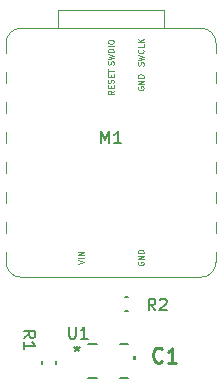
<source format=gto>
G04 #@! TF.GenerationSoftware,KiCad,Pcbnew,9.0.1*
G04 #@! TF.CreationDate,2025-04-26T15:09:06-04:00*
G04 #@! TF.ProjectId,hello.LSM6DSV.RP2040,68656c6c-6f2e-44c5-934d-364453562e52,rev?*
G04 #@! TF.SameCoordinates,Original*
G04 #@! TF.FileFunction,Legend,Top*
G04 #@! TF.FilePolarity,Positive*
%FSLAX46Y46*%
G04 Gerber Fmt 4.6, Leading zero omitted, Abs format (unit mm)*
G04 Created by KiCad (PCBNEW 9.0.1) date 2025-04-26 15:09:06*
%MOMM*%
%LPD*%
G01*
G04 APERTURE LIST*
%ADD10C,0.150000*%
%ADD11C,0.100000*%
%ADD12C,0.254000*%
%ADD13C,0.120000*%
%ADD14C,0.152400*%
%ADD15C,0.000000*%
%ADD16C,1.600000*%
%ADD17R,3.000000X1.600000*%
%ADD18R,1.200000X2.400000*%
%ADD19C,1.200000*%
%ADD20R,0.889000X0.609600*%
%ADD21R,0.609600X0.889000*%
%ADD22R,0.838200X0.254000*%
%ADD23R,0.254000X0.838200*%
%ADD24R,0.730000X0.940000*%
G04 APERTURE END LIST*
D10*
X139790476Y-71584819D02*
X139790476Y-70584819D01*
X139790476Y-70584819D02*
X140123809Y-71299104D01*
X140123809Y-71299104D02*
X140457142Y-70584819D01*
X140457142Y-70584819D02*
X140457142Y-71584819D01*
X141457142Y-71584819D02*
X140885714Y-71584819D01*
X141171428Y-71584819D02*
X141171428Y-70584819D01*
X141171428Y-70584819D02*
X141076190Y-70727676D01*
X141076190Y-70727676D02*
X140980952Y-70822914D01*
X140980952Y-70822914D02*
X140885714Y-70870533D01*
D11*
X140826109Y-67166190D02*
X140588014Y-67332856D01*
X140826109Y-67451904D02*
X140326109Y-67451904D01*
X140326109Y-67451904D02*
X140326109Y-67261428D01*
X140326109Y-67261428D02*
X140349919Y-67213809D01*
X140349919Y-67213809D02*
X140373728Y-67189999D01*
X140373728Y-67189999D02*
X140421347Y-67166190D01*
X140421347Y-67166190D02*
X140492776Y-67166190D01*
X140492776Y-67166190D02*
X140540395Y-67189999D01*
X140540395Y-67189999D02*
X140564204Y-67213809D01*
X140564204Y-67213809D02*
X140588014Y-67261428D01*
X140588014Y-67261428D02*
X140588014Y-67451904D01*
X140564204Y-66951904D02*
X140564204Y-66785237D01*
X140826109Y-66713809D02*
X140826109Y-66951904D01*
X140826109Y-66951904D02*
X140326109Y-66951904D01*
X140326109Y-66951904D02*
X140326109Y-66713809D01*
X140802300Y-66523332D02*
X140826109Y-66451904D01*
X140826109Y-66451904D02*
X140826109Y-66332856D01*
X140826109Y-66332856D02*
X140802300Y-66285237D01*
X140802300Y-66285237D02*
X140778490Y-66261428D01*
X140778490Y-66261428D02*
X140730871Y-66237618D01*
X140730871Y-66237618D02*
X140683252Y-66237618D01*
X140683252Y-66237618D02*
X140635633Y-66261428D01*
X140635633Y-66261428D02*
X140611823Y-66285237D01*
X140611823Y-66285237D02*
X140588014Y-66332856D01*
X140588014Y-66332856D02*
X140564204Y-66428094D01*
X140564204Y-66428094D02*
X140540395Y-66475713D01*
X140540395Y-66475713D02*
X140516585Y-66499523D01*
X140516585Y-66499523D02*
X140468966Y-66523332D01*
X140468966Y-66523332D02*
X140421347Y-66523332D01*
X140421347Y-66523332D02*
X140373728Y-66499523D01*
X140373728Y-66499523D02*
X140349919Y-66475713D01*
X140349919Y-66475713D02*
X140326109Y-66428094D01*
X140326109Y-66428094D02*
X140326109Y-66309047D01*
X140326109Y-66309047D02*
X140349919Y-66237618D01*
X140564204Y-66023333D02*
X140564204Y-65856666D01*
X140826109Y-65785238D02*
X140826109Y-66023333D01*
X140826109Y-66023333D02*
X140326109Y-66023333D01*
X140326109Y-66023333D02*
X140326109Y-65785238D01*
X140326109Y-65642380D02*
X140326109Y-65356666D01*
X140826109Y-65499523D02*
X140326109Y-65499523D01*
X142894919Y-81670952D02*
X142871109Y-81718571D01*
X142871109Y-81718571D02*
X142871109Y-81790000D01*
X142871109Y-81790000D02*
X142894919Y-81861428D01*
X142894919Y-81861428D02*
X142942538Y-81909047D01*
X142942538Y-81909047D02*
X142990157Y-81932857D01*
X142990157Y-81932857D02*
X143085395Y-81956666D01*
X143085395Y-81956666D02*
X143156823Y-81956666D01*
X143156823Y-81956666D02*
X143252061Y-81932857D01*
X143252061Y-81932857D02*
X143299680Y-81909047D01*
X143299680Y-81909047D02*
X143347300Y-81861428D01*
X143347300Y-81861428D02*
X143371109Y-81790000D01*
X143371109Y-81790000D02*
X143371109Y-81742381D01*
X143371109Y-81742381D02*
X143347300Y-81670952D01*
X143347300Y-81670952D02*
X143323490Y-81647143D01*
X143323490Y-81647143D02*
X143156823Y-81647143D01*
X143156823Y-81647143D02*
X143156823Y-81742381D01*
X143371109Y-81432857D02*
X142871109Y-81432857D01*
X142871109Y-81432857D02*
X143371109Y-81147143D01*
X143371109Y-81147143D02*
X142871109Y-81147143D01*
X143371109Y-80909047D02*
X142871109Y-80909047D01*
X142871109Y-80909047D02*
X142871109Y-80789999D01*
X142871109Y-80789999D02*
X142894919Y-80718571D01*
X142894919Y-80718571D02*
X142942538Y-80670952D01*
X142942538Y-80670952D02*
X142990157Y-80647142D01*
X142990157Y-80647142D02*
X143085395Y-80623333D01*
X143085395Y-80623333D02*
X143156823Y-80623333D01*
X143156823Y-80623333D02*
X143252061Y-80647142D01*
X143252061Y-80647142D02*
X143299680Y-80670952D01*
X143299680Y-80670952D02*
X143347300Y-80718571D01*
X143347300Y-80718571D02*
X143371109Y-80789999D01*
X143371109Y-80789999D02*
X143371109Y-80909047D01*
X137791109Y-81837618D02*
X138291109Y-81670952D01*
X138291109Y-81670952D02*
X137791109Y-81504285D01*
X138291109Y-81337619D02*
X137791109Y-81337619D01*
X138291109Y-81099524D02*
X137791109Y-81099524D01*
X137791109Y-81099524D02*
X138291109Y-80813810D01*
X138291109Y-80813810D02*
X137791109Y-80813810D01*
X140802300Y-64959523D02*
X140826109Y-64888095D01*
X140826109Y-64888095D02*
X140826109Y-64769047D01*
X140826109Y-64769047D02*
X140802300Y-64721428D01*
X140802300Y-64721428D02*
X140778490Y-64697619D01*
X140778490Y-64697619D02*
X140730871Y-64673809D01*
X140730871Y-64673809D02*
X140683252Y-64673809D01*
X140683252Y-64673809D02*
X140635633Y-64697619D01*
X140635633Y-64697619D02*
X140611823Y-64721428D01*
X140611823Y-64721428D02*
X140588014Y-64769047D01*
X140588014Y-64769047D02*
X140564204Y-64864285D01*
X140564204Y-64864285D02*
X140540395Y-64911904D01*
X140540395Y-64911904D02*
X140516585Y-64935714D01*
X140516585Y-64935714D02*
X140468966Y-64959523D01*
X140468966Y-64959523D02*
X140421347Y-64959523D01*
X140421347Y-64959523D02*
X140373728Y-64935714D01*
X140373728Y-64935714D02*
X140349919Y-64911904D01*
X140349919Y-64911904D02*
X140326109Y-64864285D01*
X140326109Y-64864285D02*
X140326109Y-64745238D01*
X140326109Y-64745238D02*
X140349919Y-64673809D01*
X140326109Y-64507143D02*
X140826109Y-64388095D01*
X140826109Y-64388095D02*
X140468966Y-64292857D01*
X140468966Y-64292857D02*
X140826109Y-64197619D01*
X140826109Y-64197619D02*
X140326109Y-64078572D01*
X140826109Y-63888095D02*
X140326109Y-63888095D01*
X140326109Y-63888095D02*
X140326109Y-63769047D01*
X140326109Y-63769047D02*
X140349919Y-63697619D01*
X140349919Y-63697619D02*
X140397538Y-63650000D01*
X140397538Y-63650000D02*
X140445157Y-63626190D01*
X140445157Y-63626190D02*
X140540395Y-63602381D01*
X140540395Y-63602381D02*
X140611823Y-63602381D01*
X140611823Y-63602381D02*
X140707061Y-63626190D01*
X140707061Y-63626190D02*
X140754680Y-63650000D01*
X140754680Y-63650000D02*
X140802300Y-63697619D01*
X140802300Y-63697619D02*
X140826109Y-63769047D01*
X140826109Y-63769047D02*
X140826109Y-63888095D01*
X140826109Y-63388095D02*
X140326109Y-63388095D01*
X140326109Y-63054762D02*
X140326109Y-62959524D01*
X140326109Y-62959524D02*
X140349919Y-62911905D01*
X140349919Y-62911905D02*
X140397538Y-62864286D01*
X140397538Y-62864286D02*
X140492776Y-62840476D01*
X140492776Y-62840476D02*
X140659442Y-62840476D01*
X140659442Y-62840476D02*
X140754680Y-62864286D01*
X140754680Y-62864286D02*
X140802300Y-62911905D01*
X140802300Y-62911905D02*
X140826109Y-62959524D01*
X140826109Y-62959524D02*
X140826109Y-63054762D01*
X140826109Y-63054762D02*
X140802300Y-63102381D01*
X140802300Y-63102381D02*
X140754680Y-63150000D01*
X140754680Y-63150000D02*
X140659442Y-63173809D01*
X140659442Y-63173809D02*
X140492776Y-63173809D01*
X140492776Y-63173809D02*
X140397538Y-63150000D01*
X140397538Y-63150000D02*
X140349919Y-63102381D01*
X140349919Y-63102381D02*
X140326109Y-63054762D01*
X142889919Y-66820952D02*
X142866109Y-66868571D01*
X142866109Y-66868571D02*
X142866109Y-66940000D01*
X142866109Y-66940000D02*
X142889919Y-67011428D01*
X142889919Y-67011428D02*
X142937538Y-67059047D01*
X142937538Y-67059047D02*
X142985157Y-67082857D01*
X142985157Y-67082857D02*
X143080395Y-67106666D01*
X143080395Y-67106666D02*
X143151823Y-67106666D01*
X143151823Y-67106666D02*
X143247061Y-67082857D01*
X143247061Y-67082857D02*
X143294680Y-67059047D01*
X143294680Y-67059047D02*
X143342300Y-67011428D01*
X143342300Y-67011428D02*
X143366109Y-66940000D01*
X143366109Y-66940000D02*
X143366109Y-66892381D01*
X143366109Y-66892381D02*
X143342300Y-66820952D01*
X143342300Y-66820952D02*
X143318490Y-66797143D01*
X143318490Y-66797143D02*
X143151823Y-66797143D01*
X143151823Y-66797143D02*
X143151823Y-66892381D01*
X143366109Y-66582857D02*
X142866109Y-66582857D01*
X142866109Y-66582857D02*
X143366109Y-66297143D01*
X143366109Y-66297143D02*
X142866109Y-66297143D01*
X143366109Y-66059047D02*
X142866109Y-66059047D01*
X142866109Y-66059047D02*
X142866109Y-65939999D01*
X142866109Y-65939999D02*
X142889919Y-65868571D01*
X142889919Y-65868571D02*
X142937538Y-65820952D01*
X142937538Y-65820952D02*
X142985157Y-65797142D01*
X142985157Y-65797142D02*
X143080395Y-65773333D01*
X143080395Y-65773333D02*
X143151823Y-65773333D01*
X143151823Y-65773333D02*
X143247061Y-65797142D01*
X143247061Y-65797142D02*
X143294680Y-65820952D01*
X143294680Y-65820952D02*
X143342300Y-65868571D01*
X143342300Y-65868571D02*
X143366109Y-65939999D01*
X143366109Y-65939999D02*
X143366109Y-66059047D01*
X143342300Y-65030951D02*
X143366109Y-64959523D01*
X143366109Y-64959523D02*
X143366109Y-64840475D01*
X143366109Y-64840475D02*
X143342300Y-64792856D01*
X143342300Y-64792856D02*
X143318490Y-64769047D01*
X143318490Y-64769047D02*
X143270871Y-64745237D01*
X143270871Y-64745237D02*
X143223252Y-64745237D01*
X143223252Y-64745237D02*
X143175633Y-64769047D01*
X143175633Y-64769047D02*
X143151823Y-64792856D01*
X143151823Y-64792856D02*
X143128014Y-64840475D01*
X143128014Y-64840475D02*
X143104204Y-64935713D01*
X143104204Y-64935713D02*
X143080395Y-64983332D01*
X143080395Y-64983332D02*
X143056585Y-65007142D01*
X143056585Y-65007142D02*
X143008966Y-65030951D01*
X143008966Y-65030951D02*
X142961347Y-65030951D01*
X142961347Y-65030951D02*
X142913728Y-65007142D01*
X142913728Y-65007142D02*
X142889919Y-64983332D01*
X142889919Y-64983332D02*
X142866109Y-64935713D01*
X142866109Y-64935713D02*
X142866109Y-64816666D01*
X142866109Y-64816666D02*
X142889919Y-64745237D01*
X142866109Y-64578571D02*
X143366109Y-64459523D01*
X143366109Y-64459523D02*
X143008966Y-64364285D01*
X143008966Y-64364285D02*
X143366109Y-64269047D01*
X143366109Y-64269047D02*
X142866109Y-64150000D01*
X143318490Y-63673809D02*
X143342300Y-63697618D01*
X143342300Y-63697618D02*
X143366109Y-63769047D01*
X143366109Y-63769047D02*
X143366109Y-63816666D01*
X143366109Y-63816666D02*
X143342300Y-63888094D01*
X143342300Y-63888094D02*
X143294680Y-63935713D01*
X143294680Y-63935713D02*
X143247061Y-63959523D01*
X143247061Y-63959523D02*
X143151823Y-63983332D01*
X143151823Y-63983332D02*
X143080395Y-63983332D01*
X143080395Y-63983332D02*
X142985157Y-63959523D01*
X142985157Y-63959523D02*
X142937538Y-63935713D01*
X142937538Y-63935713D02*
X142889919Y-63888094D01*
X142889919Y-63888094D02*
X142866109Y-63816666D01*
X142866109Y-63816666D02*
X142866109Y-63769047D01*
X142866109Y-63769047D02*
X142889919Y-63697618D01*
X142889919Y-63697618D02*
X142913728Y-63673809D01*
X143366109Y-63221428D02*
X143366109Y-63459523D01*
X143366109Y-63459523D02*
X142866109Y-63459523D01*
X143366109Y-63054761D02*
X142866109Y-63054761D01*
X143366109Y-62769047D02*
X143080395Y-62983332D01*
X142866109Y-62769047D02*
X143151823Y-63054761D01*
D10*
X133195180Y-88073333D02*
X133671371Y-87740000D01*
X133195180Y-87501905D02*
X134195180Y-87501905D01*
X134195180Y-87501905D02*
X134195180Y-87882857D01*
X134195180Y-87882857D02*
X134147561Y-87978095D01*
X134147561Y-87978095D02*
X134099942Y-88025714D01*
X134099942Y-88025714D02*
X134004704Y-88073333D01*
X134004704Y-88073333D02*
X133861847Y-88073333D01*
X133861847Y-88073333D02*
X133766609Y-88025714D01*
X133766609Y-88025714D02*
X133718990Y-87978095D01*
X133718990Y-87978095D02*
X133671371Y-87882857D01*
X133671371Y-87882857D02*
X133671371Y-87501905D01*
X133195180Y-89025714D02*
X133195180Y-88454286D01*
X133195180Y-88740000D02*
X134195180Y-88740000D01*
X134195180Y-88740000D02*
X134052323Y-88644762D01*
X134052323Y-88644762D02*
X133957085Y-88549524D01*
X133957085Y-88549524D02*
X133909466Y-88454286D01*
X144353333Y-85754819D02*
X144020000Y-85278628D01*
X143781905Y-85754819D02*
X143781905Y-84754819D01*
X143781905Y-84754819D02*
X144162857Y-84754819D01*
X144162857Y-84754819D02*
X144258095Y-84802438D01*
X144258095Y-84802438D02*
X144305714Y-84850057D01*
X144305714Y-84850057D02*
X144353333Y-84945295D01*
X144353333Y-84945295D02*
X144353333Y-85088152D01*
X144353333Y-85088152D02*
X144305714Y-85183390D01*
X144305714Y-85183390D02*
X144258095Y-85231009D01*
X144258095Y-85231009D02*
X144162857Y-85278628D01*
X144162857Y-85278628D02*
X143781905Y-85278628D01*
X144734286Y-84850057D02*
X144781905Y-84802438D01*
X144781905Y-84802438D02*
X144877143Y-84754819D01*
X144877143Y-84754819D02*
X145115238Y-84754819D01*
X145115238Y-84754819D02*
X145210476Y-84802438D01*
X145210476Y-84802438D02*
X145258095Y-84850057D01*
X145258095Y-84850057D02*
X145305714Y-84945295D01*
X145305714Y-84945295D02*
X145305714Y-85040533D01*
X145305714Y-85040533D02*
X145258095Y-85183390D01*
X145258095Y-85183390D02*
X144686667Y-85754819D01*
X144686667Y-85754819D02*
X145305714Y-85754819D01*
X137058095Y-87144819D02*
X137058095Y-87954342D01*
X137058095Y-87954342D02*
X137105714Y-88049580D01*
X137105714Y-88049580D02*
X137153333Y-88097200D01*
X137153333Y-88097200D02*
X137248571Y-88144819D01*
X137248571Y-88144819D02*
X137439047Y-88144819D01*
X137439047Y-88144819D02*
X137534285Y-88097200D01*
X137534285Y-88097200D02*
X137581904Y-88049580D01*
X137581904Y-88049580D02*
X137629523Y-87954342D01*
X137629523Y-87954342D02*
X137629523Y-87144819D01*
X138629523Y-88144819D02*
X138058095Y-88144819D01*
X138343809Y-88144819D02*
X138343809Y-87144819D01*
X138343809Y-87144819D02*
X138248571Y-87287676D01*
X138248571Y-87287676D02*
X138153333Y-87382914D01*
X138153333Y-87382914D02*
X138058095Y-87430533D01*
X137728400Y-88754819D02*
X137728400Y-88992914D01*
X137490305Y-88897676D02*
X137728400Y-88992914D01*
X137728400Y-88992914D02*
X137966495Y-88897676D01*
X137585543Y-89183390D02*
X137728400Y-88992914D01*
X137728400Y-88992914D02*
X137871257Y-89183390D01*
X137728400Y-88754819D02*
X137728400Y-88992914D01*
X137490305Y-88897676D02*
X137728400Y-88992914D01*
X137728400Y-88992914D02*
X137966495Y-88897676D01*
X137585543Y-89183390D02*
X137728400Y-88992914D01*
X137728400Y-88992914D02*
X137871257Y-89183390D01*
D12*
X144938333Y-90053365D02*
X144877857Y-90113842D01*
X144877857Y-90113842D02*
X144696428Y-90174318D01*
X144696428Y-90174318D02*
X144575476Y-90174318D01*
X144575476Y-90174318D02*
X144394047Y-90113842D01*
X144394047Y-90113842D02*
X144273095Y-89992889D01*
X144273095Y-89992889D02*
X144212618Y-89871937D01*
X144212618Y-89871937D02*
X144152142Y-89630032D01*
X144152142Y-89630032D02*
X144152142Y-89448603D01*
X144152142Y-89448603D02*
X144212618Y-89206699D01*
X144212618Y-89206699D02*
X144273095Y-89085746D01*
X144273095Y-89085746D02*
X144394047Y-88964794D01*
X144394047Y-88964794D02*
X144575476Y-88904318D01*
X144575476Y-88904318D02*
X144696428Y-88904318D01*
X144696428Y-88904318D02*
X144877857Y-88964794D01*
X144877857Y-88964794D02*
X144938333Y-89025270D01*
X146147857Y-90174318D02*
X145422142Y-90174318D01*
X145784999Y-90174318D02*
X145784999Y-88904318D01*
X145784999Y-88904318D02*
X145664047Y-89085746D01*
X145664047Y-89085746D02*
X145543095Y-89206699D01*
X145543095Y-89206699D02*
X145422142Y-89267175D01*
D13*
G04 #@! TO.C,M1*
X131712500Y-81681000D02*
X131712500Y-63139000D01*
X132982500Y-61869000D02*
X148222500Y-61869000D01*
X148222500Y-82951000D02*
X132982500Y-82951000D01*
X149492500Y-63139000D02*
X149492500Y-81681000D01*
X136102500Y-61869000D02*
X145102500Y-61869000D01*
X145102500Y-60345000D01*
X136102500Y-60345000D01*
X136102500Y-61869000D01*
X131712500Y-63139000D02*
G75*
G02*
X132982500Y-61869000I1269999J1D01*
G01*
X132982500Y-82951000D02*
G75*
G02*
X131712500Y-81681000I-1J1269999D01*
G01*
X148222500Y-61869000D02*
G75*
G02*
X149492500Y-63139000I0J-1270000D01*
G01*
X149492500Y-81681000D02*
G75*
G02*
X148222500Y-82951000I-1270000J0D01*
G01*
D14*
G04 #@! TO.C,R1*
X134798500Y-90063750D02*
X134798500Y-90337650D01*
X135941500Y-90337650D02*
X135941500Y-90063750D01*
G04 #@! TO.C,R2*
X141803050Y-85791500D02*
X142076950Y-85791500D01*
X142076950Y-84648500D02*
X141803050Y-84648500D01*
G04 #@! TO.C,U1*
X138693600Y-91472400D02*
X139410261Y-91472400D01*
X139410261Y-88627600D02*
X138693600Y-88627600D01*
X141329739Y-91472400D02*
X142046400Y-91472400D01*
X142046400Y-88627600D02*
X141329739Y-88627600D01*
D15*
G36*
X142732200Y-89990501D02*
G01*
X142478200Y-89990501D01*
X142478200Y-89609500D01*
X142732200Y-89609500D01*
X142732200Y-89990501D01*
G37*
G04 #@! TD*
%LPC*%
D16*
G04 #@! TO.C,M1*
X132985000Y-64780000D03*
D17*
X131985000Y-64780000D03*
D16*
X132985000Y-67320000D03*
D17*
X131985000Y-67320000D03*
D16*
X132985000Y-69860000D03*
D17*
X131985000Y-69860000D03*
D16*
X132985000Y-72400000D03*
D17*
X131985000Y-72400000D03*
D16*
X132985000Y-74940000D03*
D17*
X131985000Y-74940000D03*
D16*
X132985000Y-77480000D03*
D17*
X131985000Y-77480000D03*
D16*
X132985000Y-80020000D03*
D17*
X131985000Y-80020000D03*
D16*
X148220000Y-80020000D03*
D17*
X149220000Y-80020000D03*
D16*
X148220000Y-77480000D03*
D17*
X149220000Y-77480000D03*
D16*
X148220000Y-74940000D03*
D17*
X149220000Y-74940000D03*
D16*
X148220000Y-72400000D03*
D17*
X149220000Y-72400000D03*
D16*
X148220000Y-69860000D03*
D17*
X149220000Y-69860000D03*
D16*
X148220000Y-67320000D03*
D17*
X149220000Y-67320000D03*
D16*
X148220000Y-64780000D03*
D17*
X149220000Y-64780000D03*
D18*
X141875000Y-81290000D03*
X139335000Y-81290000D03*
D19*
X139330000Y-63900000D03*
X139330000Y-66440000D03*
X141870000Y-66440000D03*
X141870000Y-63900000D03*
G04 #@! TD*
D20*
G04 #@! TO.C,R1*
X135370000Y-89451400D03*
X135370000Y-90950000D03*
G04 #@! TD*
D21*
G04 #@! TO.C,R2*
X141190700Y-85220000D03*
X142689300Y-85220000D03*
G04 #@! TD*
D22*
G04 #@! TO.C,U1*
X138934900Y-89299999D03*
X138934900Y-89800000D03*
X138934900Y-90300000D03*
X138934900Y-90800001D03*
D23*
X139870001Y-91231100D03*
X140370000Y-91231100D03*
X140869999Y-91231100D03*
D22*
X141805100Y-90800001D03*
X141805100Y-90300000D03*
X141805100Y-89800000D03*
X141805100Y-89299999D03*
D23*
X140869999Y-88868900D03*
X140370000Y-88868900D03*
X139870001Y-88868900D03*
G04 #@! TD*
D24*
G04 #@! TO.C,C1*
X143730000Y-91710000D03*
X145150000Y-91710000D03*
G04 #@! TD*
%LPD*%
M02*

</source>
